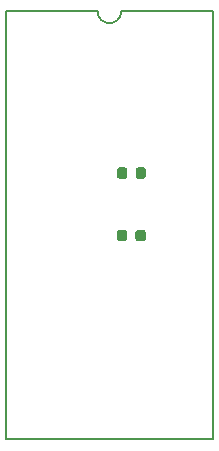
<source format=gbr>
G04 #@! TF.GenerationSoftware,KiCad,Pcbnew,5.0.2+dfsg1-1*
G04 #@! TF.CreationDate,2021-06-16T12:20:31+01:00*
G04 #@! TF.ProjectId,SE PLCC ROM,53452050-4c43-4432-9052-4f4d2e6b6963,rev?*
G04 #@! TF.SameCoordinates,Original*
G04 #@! TF.FileFunction,Paste,Bot*
G04 #@! TF.FilePolarity,Positive*
%FSLAX46Y46*%
G04 Gerber Fmt 4.6, Leading zero omitted, Abs format (unit mm)*
G04 Created by KiCad (PCBNEW 5.0.2+dfsg1-1) date Wed 16 Jun 2021 12:20:31 BST*
%MOMM*%
%LPD*%
G01*
G04 APERTURE LIST*
%ADD10C,0.150000*%
%ADD11C,0.100000*%
%ADD12C,0.875000*%
G04 APERTURE END LIST*
D10*
X132400000Y-65450000D02*
G75*
G02X130400000Y-65450000I-1000000J0D01*
G01*
X140150000Y-65450000D02*
X132450000Y-65450000D01*
X122650000Y-65450000D02*
X130350000Y-65450000D01*
X122650000Y-65450000D02*
X122650000Y-101700000D01*
X140150000Y-101700000D02*
X122650000Y-101700000D01*
X140150000Y-65450000D02*
X140150000Y-101700000D01*
D11*
G04 #@! TO.C,R2*
G36*
X132702691Y-83976053D02*
X132723926Y-83979203D01*
X132744750Y-83984419D01*
X132764962Y-83991651D01*
X132784368Y-84000830D01*
X132802781Y-84011866D01*
X132820024Y-84024654D01*
X132835930Y-84039070D01*
X132850346Y-84054976D01*
X132863134Y-84072219D01*
X132874170Y-84090632D01*
X132883349Y-84110038D01*
X132890581Y-84130250D01*
X132895797Y-84151074D01*
X132898947Y-84172309D01*
X132900000Y-84193750D01*
X132900000Y-84706250D01*
X132898947Y-84727691D01*
X132895797Y-84748926D01*
X132890581Y-84769750D01*
X132883349Y-84789962D01*
X132874170Y-84809368D01*
X132863134Y-84827781D01*
X132850346Y-84845024D01*
X132835930Y-84860930D01*
X132820024Y-84875346D01*
X132802781Y-84888134D01*
X132784368Y-84899170D01*
X132764962Y-84908349D01*
X132744750Y-84915581D01*
X132723926Y-84920797D01*
X132702691Y-84923947D01*
X132681250Y-84925000D01*
X132243750Y-84925000D01*
X132222309Y-84923947D01*
X132201074Y-84920797D01*
X132180250Y-84915581D01*
X132160038Y-84908349D01*
X132140632Y-84899170D01*
X132122219Y-84888134D01*
X132104976Y-84875346D01*
X132089070Y-84860930D01*
X132074654Y-84845024D01*
X132061866Y-84827781D01*
X132050830Y-84809368D01*
X132041651Y-84789962D01*
X132034419Y-84769750D01*
X132029203Y-84748926D01*
X132026053Y-84727691D01*
X132025000Y-84706250D01*
X132025000Y-84193750D01*
X132026053Y-84172309D01*
X132029203Y-84151074D01*
X132034419Y-84130250D01*
X132041651Y-84110038D01*
X132050830Y-84090632D01*
X132061866Y-84072219D01*
X132074654Y-84054976D01*
X132089070Y-84039070D01*
X132104976Y-84024654D01*
X132122219Y-84011866D01*
X132140632Y-84000830D01*
X132160038Y-83991651D01*
X132180250Y-83984419D01*
X132201074Y-83979203D01*
X132222309Y-83976053D01*
X132243750Y-83975000D01*
X132681250Y-83975000D01*
X132702691Y-83976053D01*
X132702691Y-83976053D01*
G37*
D12*
X132462500Y-84450000D03*
D11*
G36*
X134277691Y-83976053D02*
X134298926Y-83979203D01*
X134319750Y-83984419D01*
X134339962Y-83991651D01*
X134359368Y-84000830D01*
X134377781Y-84011866D01*
X134395024Y-84024654D01*
X134410930Y-84039070D01*
X134425346Y-84054976D01*
X134438134Y-84072219D01*
X134449170Y-84090632D01*
X134458349Y-84110038D01*
X134465581Y-84130250D01*
X134470797Y-84151074D01*
X134473947Y-84172309D01*
X134475000Y-84193750D01*
X134475000Y-84706250D01*
X134473947Y-84727691D01*
X134470797Y-84748926D01*
X134465581Y-84769750D01*
X134458349Y-84789962D01*
X134449170Y-84809368D01*
X134438134Y-84827781D01*
X134425346Y-84845024D01*
X134410930Y-84860930D01*
X134395024Y-84875346D01*
X134377781Y-84888134D01*
X134359368Y-84899170D01*
X134339962Y-84908349D01*
X134319750Y-84915581D01*
X134298926Y-84920797D01*
X134277691Y-84923947D01*
X134256250Y-84925000D01*
X133818750Y-84925000D01*
X133797309Y-84923947D01*
X133776074Y-84920797D01*
X133755250Y-84915581D01*
X133735038Y-84908349D01*
X133715632Y-84899170D01*
X133697219Y-84888134D01*
X133679976Y-84875346D01*
X133664070Y-84860930D01*
X133649654Y-84845024D01*
X133636866Y-84827781D01*
X133625830Y-84809368D01*
X133616651Y-84789962D01*
X133609419Y-84769750D01*
X133604203Y-84748926D01*
X133601053Y-84727691D01*
X133600000Y-84706250D01*
X133600000Y-84193750D01*
X133601053Y-84172309D01*
X133604203Y-84151074D01*
X133609419Y-84130250D01*
X133616651Y-84110038D01*
X133625830Y-84090632D01*
X133636866Y-84072219D01*
X133649654Y-84054976D01*
X133664070Y-84039070D01*
X133679976Y-84024654D01*
X133697219Y-84011866D01*
X133715632Y-84000830D01*
X133735038Y-83991651D01*
X133755250Y-83984419D01*
X133776074Y-83979203D01*
X133797309Y-83976053D01*
X133818750Y-83975000D01*
X134256250Y-83975000D01*
X134277691Y-83976053D01*
X134277691Y-83976053D01*
G37*
D12*
X134037500Y-84450000D03*
G04 #@! TD*
D11*
G04 #@! TO.C,R1*
G36*
X132715191Y-78676053D02*
X132736426Y-78679203D01*
X132757250Y-78684419D01*
X132777462Y-78691651D01*
X132796868Y-78700830D01*
X132815281Y-78711866D01*
X132832524Y-78724654D01*
X132848430Y-78739070D01*
X132862846Y-78754976D01*
X132875634Y-78772219D01*
X132886670Y-78790632D01*
X132895849Y-78810038D01*
X132903081Y-78830250D01*
X132908297Y-78851074D01*
X132911447Y-78872309D01*
X132912500Y-78893750D01*
X132912500Y-79406250D01*
X132911447Y-79427691D01*
X132908297Y-79448926D01*
X132903081Y-79469750D01*
X132895849Y-79489962D01*
X132886670Y-79509368D01*
X132875634Y-79527781D01*
X132862846Y-79545024D01*
X132848430Y-79560930D01*
X132832524Y-79575346D01*
X132815281Y-79588134D01*
X132796868Y-79599170D01*
X132777462Y-79608349D01*
X132757250Y-79615581D01*
X132736426Y-79620797D01*
X132715191Y-79623947D01*
X132693750Y-79625000D01*
X132256250Y-79625000D01*
X132234809Y-79623947D01*
X132213574Y-79620797D01*
X132192750Y-79615581D01*
X132172538Y-79608349D01*
X132153132Y-79599170D01*
X132134719Y-79588134D01*
X132117476Y-79575346D01*
X132101570Y-79560930D01*
X132087154Y-79545024D01*
X132074366Y-79527781D01*
X132063330Y-79509368D01*
X132054151Y-79489962D01*
X132046919Y-79469750D01*
X132041703Y-79448926D01*
X132038553Y-79427691D01*
X132037500Y-79406250D01*
X132037500Y-78893750D01*
X132038553Y-78872309D01*
X132041703Y-78851074D01*
X132046919Y-78830250D01*
X132054151Y-78810038D01*
X132063330Y-78790632D01*
X132074366Y-78772219D01*
X132087154Y-78754976D01*
X132101570Y-78739070D01*
X132117476Y-78724654D01*
X132134719Y-78711866D01*
X132153132Y-78700830D01*
X132172538Y-78691651D01*
X132192750Y-78684419D01*
X132213574Y-78679203D01*
X132234809Y-78676053D01*
X132256250Y-78675000D01*
X132693750Y-78675000D01*
X132715191Y-78676053D01*
X132715191Y-78676053D01*
G37*
D12*
X132475000Y-79150000D03*
D11*
G36*
X134290191Y-78676053D02*
X134311426Y-78679203D01*
X134332250Y-78684419D01*
X134352462Y-78691651D01*
X134371868Y-78700830D01*
X134390281Y-78711866D01*
X134407524Y-78724654D01*
X134423430Y-78739070D01*
X134437846Y-78754976D01*
X134450634Y-78772219D01*
X134461670Y-78790632D01*
X134470849Y-78810038D01*
X134478081Y-78830250D01*
X134483297Y-78851074D01*
X134486447Y-78872309D01*
X134487500Y-78893750D01*
X134487500Y-79406250D01*
X134486447Y-79427691D01*
X134483297Y-79448926D01*
X134478081Y-79469750D01*
X134470849Y-79489962D01*
X134461670Y-79509368D01*
X134450634Y-79527781D01*
X134437846Y-79545024D01*
X134423430Y-79560930D01*
X134407524Y-79575346D01*
X134390281Y-79588134D01*
X134371868Y-79599170D01*
X134352462Y-79608349D01*
X134332250Y-79615581D01*
X134311426Y-79620797D01*
X134290191Y-79623947D01*
X134268750Y-79625000D01*
X133831250Y-79625000D01*
X133809809Y-79623947D01*
X133788574Y-79620797D01*
X133767750Y-79615581D01*
X133747538Y-79608349D01*
X133728132Y-79599170D01*
X133709719Y-79588134D01*
X133692476Y-79575346D01*
X133676570Y-79560930D01*
X133662154Y-79545024D01*
X133649366Y-79527781D01*
X133638330Y-79509368D01*
X133629151Y-79489962D01*
X133621919Y-79469750D01*
X133616703Y-79448926D01*
X133613553Y-79427691D01*
X133612500Y-79406250D01*
X133612500Y-78893750D01*
X133613553Y-78872309D01*
X133616703Y-78851074D01*
X133621919Y-78830250D01*
X133629151Y-78810038D01*
X133638330Y-78790632D01*
X133649366Y-78772219D01*
X133662154Y-78754976D01*
X133676570Y-78739070D01*
X133692476Y-78724654D01*
X133709719Y-78711866D01*
X133728132Y-78700830D01*
X133747538Y-78691651D01*
X133767750Y-78684419D01*
X133788574Y-78679203D01*
X133809809Y-78676053D01*
X133831250Y-78675000D01*
X134268750Y-78675000D01*
X134290191Y-78676053D01*
X134290191Y-78676053D01*
G37*
D12*
X134050000Y-79150000D03*
G04 #@! TD*
M02*

</source>
